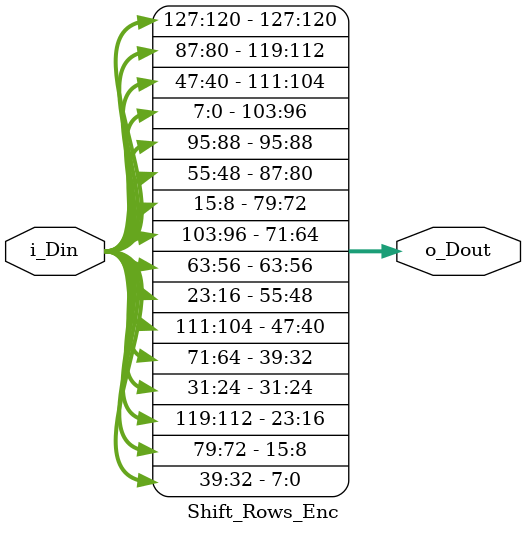
<source format=v>
/*-----------------------------------------------------------------------
				shift rows transformation
-----------------------------------------------------------------------*/
module Shift_Rows_Enc
	(
	input  [127:0] i_Din, // Data input to be transformed
	output [127:0] o_Dout
	);
assign o_Dout[007:000] = i_Din[039:032];// As the high data are put into the situation of 0//
assign o_Dout[015:008] = i_Din[079:072]; // So o_Dout[127:120] represent for 0 byte which is in the poly.//
assign o_Dout[023:016] = i_Din[119:112];
assign o_Dout[031:024] = i_Din[031:024];
assign o_Dout[039:032] = i_Din[071:064];
assign o_Dout[047:040] = i_Din[111:104];
assign o_Dout[055:048] = i_Din[023:016];
assign o_Dout[063:056] = i_Din[063:056];
assign o_Dout[071:064] = i_Din[103:096];
assign o_Dout[079:072] = i_Din[015:008];
assign o_Dout[087:080] = i_Din[055:048];
assign o_Dout[095:088] = i_Din[095:088];
assign o_Dout[103:096] = i_Din[007:000];
assign o_Dout[111:104] = i_Din[047:040];
assign o_Dout[119:112] = i_Din[087:080];
assign o_Dout[127:120] = i_Din[127:120];
endmodule
</source>
